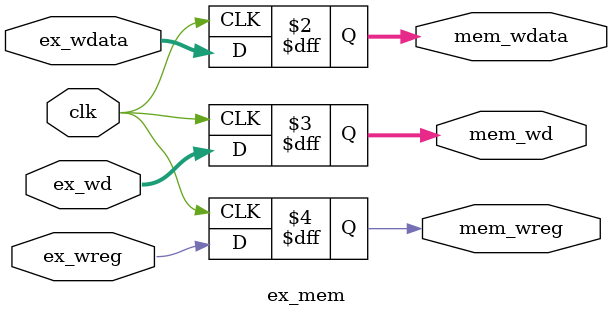
<source format=v>
`timescale 1ns / 1ps




module ex_mem(
    input wire clk,
    input wire[31:0] ex_wdata,
    input wire[4:0] ex_wd,
    input wire ex_wreg,
    output reg[31:0] mem_wdata,
    output reg[4:0] mem_wd,
    output reg mem_wreg
    );
    always @(posedge clk) begin
        mem_wdata <= ex_wdata;
        mem_wd <= ex_wd;
        mem_wreg <= ex_wreg;
    end
endmodule

</source>
